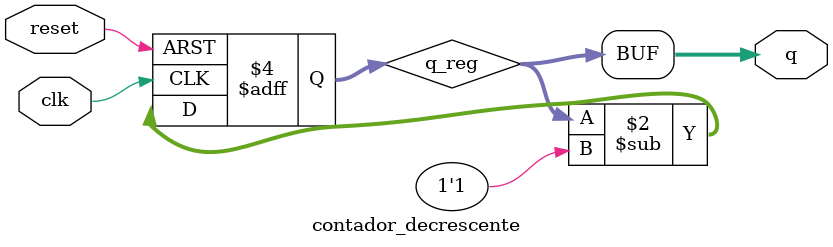
<source format=v>

module contador_decrescente (
    input clk,      // Clock externo
    input reset,    // Reset assíncrono
    output [4:0] q  // Saída de 5 bits
);

    reg [4:0] q_reg; // Registrador para armazenar o estado atual

    // Inicialização do contador
    initial q_reg = 5'b11111;

    // Sempre que houver borda de clock ou reset
    always @(negedge clk or posedge reset) begin
        if (reset) begin
            q_reg <= 5'b11111; // Reset para 11111
        end else begin
            q_reg <= q_reg - 1'b1; // Decremento
        end
    end

    assign q = q_reg; // Conectar saída
endmodule
</source>
